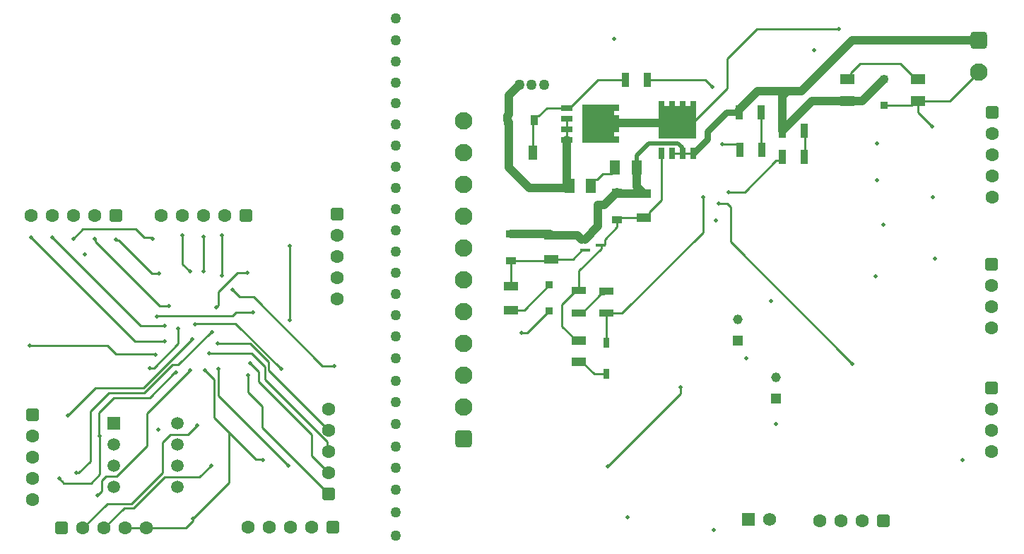
<source format=gbl>
G04*
G04 #@! TF.GenerationSoftware,Altium Limited,Altium Designer,25.2.1 (25)*
G04*
G04 Layer_Physical_Order=4*
G04 Layer_Color=16711680*
%FSLAX44Y44*%
%MOMM*%
G71*
G04*
G04 #@! TF.SameCoordinates,F4FED96F-6736-4451-9F0E-EDF3A1B2C77D*
G04*
G04*
G04 #@! TF.FilePolarity,Positive*
G04*
G01*
G75*
%ADD15C,0.2540*%
%ADD21R,1.7062X1.2034*%
%ADD27R,0.7000X1.2000*%
%ADD31R,1.7000X1.0500*%
%ADD32R,1.6582X0.9561*%
%ADD42R,0.9561X1.6582*%
%ADD66R,1.1500X1.1500*%
%ADD67C,1.1500*%
%ADD68C,1.5700*%
%ADD69R,1.5700X1.5700*%
%ADD74C,1.0160*%
%ADD76C,1.6000*%
G04:AMPARAMS|DCode=77|XSize=1.6mm|YSize=1.6mm|CornerRadius=0.4mm|HoleSize=0mm|Usage=FLASHONLY|Rotation=270.000|XOffset=0mm|YOffset=0mm|HoleType=Round|Shape=RoundedRectangle|*
%AMROUNDEDRECTD77*
21,1,1.6000,0.8000,0,0,270.0*
21,1,0.8000,1.6000,0,0,270.0*
1,1,0.8000,-0.4000,-0.4000*
1,1,0.8000,-0.4000,0.4000*
1,1,0.8000,0.4000,0.4000*
1,1,0.8000,0.4000,-0.4000*
%
%ADD77ROUNDEDRECTD77*%
%ADD78C,2.1000*%
G04:AMPARAMS|DCode=79|XSize=2.1mm|YSize=2.1mm|CornerRadius=0.525mm|HoleSize=0mm|Usage=FLASHONLY|Rotation=270.000|XOffset=0mm|YOffset=0mm|HoleType=Round|Shape=RoundedRectangle|*
%AMROUNDEDRECTD79*
21,1,2.1000,1.0500,0,0,270.0*
21,1,1.0500,2.1000,0,0,270.0*
1,1,1.0500,-0.5250,-0.5250*
1,1,1.0500,-0.5250,0.5250*
1,1,1.0500,0.5250,0.5250*
1,1,1.0500,0.5250,-0.5250*
%
%ADD79ROUNDEDRECTD79*%
G04:AMPARAMS|DCode=80|XSize=1.6mm|YSize=1.6mm|CornerRadius=0.4mm|HoleSize=0mm|Usage=FLASHONLY|Rotation=180.000|XOffset=0mm|YOffset=0mm|HoleType=Round|Shape=RoundedRectangle|*
%AMROUNDEDRECTD80*
21,1,1.6000,0.8000,0,0,180.0*
21,1,0.8000,1.6000,0,0,180.0*
1,1,0.8000,-0.4000,0.4000*
1,1,0.8000,0.4000,0.4000*
1,1,0.8000,0.4000,-0.4000*
1,1,0.8000,-0.4000,-0.4000*
%
%ADD80ROUNDEDRECTD80*%
%ADD81R,1.5000X1.5000*%
%ADD82C,1.5000*%
%ADD83C,0.5080*%
%ADD84C,1.2700*%
%ADD98R,1.2200X0.9100*%
%ADD99R,1.2000X0.4000*%
%ADD100R,1.6621X1.0581*%
%ADD101R,0.9500X0.9000*%
%ADD102R,1.0581X1.7121*%
%ADD103R,0.9100X1.2200*%
%ADD104R,1.7121X1.0581*%
%ADD105R,1.3720X0.7100*%
%ADD106C,3.4342*%
%ADD107R,1.2034X1.7062*%
%ADD108R,0.7100X1.3720*%
%ADD109C,0.5080*%
%ADD110C,0.7620*%
G36*
X1311535Y1156075D02*
X1355935D01*
Y1148975D01*
X1350035D01*
Y1143375D01*
X1355935D01*
Y1136275D01*
X1350035D01*
Y1130675D01*
X1355935D01*
Y1123575D01*
X1350035D01*
Y1117975D01*
X1355935D01*
Y1110875D01*
X1311535D01*
Y1156075D01*
D02*
G37*
G36*
X1402975Y1115955D02*
Y1160355D01*
X1410075D01*
Y1154455D01*
X1415675D01*
Y1160355D01*
X1422775D01*
Y1154455D01*
X1428375D01*
Y1160355D01*
X1435475D01*
Y1154455D01*
X1441075D01*
Y1160355D01*
X1448175D01*
Y1115955D01*
X1402975D01*
D02*
G37*
D15*
X880110Y951230D02*
Y999490D01*
X833120Y965200D02*
X842010Y956310D01*
X833120Y965200D02*
Y999490D01*
X676910Y996950D02*
X782377Y891483D01*
X811579D01*
X728196Y992445D02*
X805856Y914785D01*
X816995D01*
X796499Y953770D02*
X805180D01*
X756345Y993924D02*
X796499Y953770D01*
X1430020Y810260D02*
Y817880D01*
X1342390Y722630D02*
X1430020Y810260D01*
X1246130Y882650D02*
X1272290Y908810D01*
X1239520Y882650D02*
X1246130D01*
X775970Y872490D02*
X811530D01*
X651510Y996950D02*
X775970Y872490D01*
X790456Y747791D02*
Y786646D01*
X842010Y838200D01*
X741680Y711200D02*
X749300D01*
X749300Y711200D02*
X753865D01*
X749300Y711200D02*
X749300Y711200D01*
X736600Y706120D02*
X741680Y711200D01*
X753865Y711200D02*
X790456Y747791D01*
X731520Y688340D02*
X736600Y693420D01*
Y706120D01*
X689026Y704702D02*
Y704746D01*
X685800Y707973D02*
X689026Y704746D01*
X685800Y707973D02*
Y708660D01*
X690822Y702906D02*
X723226D01*
X689026Y704702D02*
X690822Y702906D01*
X650240Y867410D02*
X742950D01*
X798465Y840740D02*
X828040Y870315D01*
X793750Y840740D02*
X798465D01*
X892810Y934720D02*
X901700Y925830D01*
X918210D01*
X753596Y993924D02*
X756345D01*
X753110Y994410D02*
X753596Y993924D01*
X727710Y995680D02*
X728196Y995194D01*
Y992445D02*
Y995194D01*
X786130Y816610D02*
X844550Y875030D01*
X728980Y816610D02*
X786130D01*
X820733Y844792D02*
X827917D01*
X786835Y810895D02*
X820733Y844792D01*
X744855Y810895D02*
X786835D01*
X1419225Y1098095D02*
Y1101174D01*
X1421505Y1103454D01*
X1376984Y1080770D02*
X1381731Y1085517D01*
Y1088335D01*
X1353820Y1009595D02*
Y1018700D01*
X1338840Y994615D02*
X1353820Y1009595D01*
X1338840Y988790D02*
Y994615D01*
X1338110Y988060D02*
X1338840Y988790D01*
X1334110Y988060D02*
X1338110D01*
X1353820Y1018700D02*
X1355900Y1020780D01*
X1385570D01*
X1353820Y1051400D02*
X1355900Y1049320D01*
X1392650Y1024801D02*
Y1027860D01*
X1406525Y1041735D02*
Y1098095D01*
X1383038Y1018248D02*
X1386097D01*
X1392650Y1024801D01*
Y1027860D02*
X1406525Y1041735D01*
X1334552Y983761D02*
Y988060D01*
X1350976Y1078256D02*
Y1080770D01*
X1346229Y1073509D02*
X1350976Y1078256D01*
X1336703Y1073509D02*
X1346229D01*
X1329635Y1066441D02*
X1336703Y1073509D01*
X1327121Y1066441D02*
X1329635D01*
X1322374Y1061694D02*
X1327121Y1066441D01*
X1322374Y1059180D02*
Y1061694D01*
X1431925Y1098095D02*
X1444625D01*
X1419225D02*
X1431925D01*
X1427480Y1136650D02*
X1446530D01*
X1479550Y1108710D02*
X1497069D01*
X1500579Y1105200D01*
Y1102360D02*
Y1105200D01*
X1526540Y1102360D02*
Y1146662D01*
X1547869Y1131910D02*
X1551379Y1128400D01*
X1578610Y1093470D02*
Y1125220D01*
X1547869Y1089617D02*
X1551379Y1093127D01*
X1544277Y1089617D02*
X1547869D01*
X1506371Y1051711D02*
X1544277Y1089617D01*
X1487321Y1051711D02*
X1506371D01*
X1551379Y1093127D02*
Y1093470D01*
X1487170Y1051560D02*
X1487321Y1051711D01*
X1475740Y1037590D02*
X1485900D01*
X1489710Y1033780D01*
Y991870D02*
Y1033780D01*
Y991870D02*
X1635760Y845820D01*
X1485900Y1176020D02*
Y1211580D01*
X1446530Y1136650D02*
X1485900Y1176020D01*
X1389941Y1186180D02*
X1459230D01*
X1468120Y1177290D01*
X1551379Y1125220D02*
Y1128400D01*
X1432560Y1131570D02*
X1437267D01*
X1311110Y994560D02*
X1314230D01*
X1751916Y1160476D02*
X1786510Y1195070D01*
X1714500Y1160476D02*
X1751916D01*
X1629106Y1160780D02*
X1629410Y1160476D01*
X1693240Y1205230D02*
X1711986Y1186484D01*
X1634081Y1194823D02*
X1644488Y1205230D01*
X1693240D01*
X1629410Y1186484D02*
X1634081Y1191155D01*
Y1194823D01*
X1714500Y1146810D02*
X1731010Y1130300D01*
X1714500Y1146810D02*
Y1160476D01*
X1711986D02*
X1714500D01*
X1706700Y1155190D02*
X1711986Y1160476D01*
X1673860Y1155190D02*
X1706700D01*
X1711986Y1186484D02*
X1714500D01*
X1673610Y1186690D02*
X1673860D01*
X1499870Y1146810D02*
Y1150321D01*
X1526392Y1146810D02*
X1526540Y1146662D01*
X1287780Y890830D02*
Y916641D01*
X1304589Y933450D01*
X1287780Y890830D02*
X1304850Y873760D01*
X1304589Y933450D02*
X1308100D01*
X1304850Y873760D02*
X1308100D01*
X1341120Y870670D02*
Y906219D01*
X1325940Y833670D02*
X1341120D01*
X1311350Y848260D02*
X1325940Y833670D01*
X1308100Y848260D02*
X1311350D01*
X1456690Y1003266D02*
Y1045210D01*
X1359644Y906219D02*
X1456690Y1003266D01*
X1341120Y906219D02*
X1359644D01*
X1337610Y929231D02*
X1341120Y932741D01*
X1333913Y929231D02*
X1337610D01*
X1311611Y906928D02*
X1333913Y929231D01*
X1308100Y906928D02*
X1311611D01*
X1308100Y957309D02*
X1334552Y983761D01*
X1308100Y933450D02*
Y957309D01*
X1272290Y908810D02*
X1272540D01*
X1272290Y940310D02*
X1272540D01*
X1242270Y910290D02*
X1272290Y940310D01*
X1226820Y910290D02*
X1242270D01*
X1272540Y940310D02*
X1274020Y938830D01*
X1226820D02*
Y969170D01*
X1311110Y981560D02*
X1315110D01*
X1300800Y971250D02*
X1311110Y981560D01*
X1275080Y971250D02*
X1300800D01*
X1273000Y1001870D02*
X1275080Y999790D01*
X1273000Y969170D02*
X1275080Y971250D01*
X1226820Y969170D02*
X1273000D01*
X1521460Y1247140D02*
X1619250D01*
X1485900Y1211580D02*
X1521460Y1247140D01*
X1330640Y1186180D02*
X1363419D01*
X1296985Y1152525D02*
X1330640Y1186180D01*
X1293675Y1152525D02*
X1296985D01*
X1254600Y1139470D02*
X1257880Y1142750D01*
X1259430D02*
X1269205Y1152525D01*
X1254600Y1137920D02*
Y1139470D01*
X1257880Y1142750D02*
X1259430D01*
X1269205Y1152525D02*
X1293675D01*
X1252820Y1136140D02*
X1254600Y1137920D01*
X1252820Y1098550D02*
Y1136140D01*
X1293675Y1061871D02*
X1296366Y1059180D01*
X1293675Y1114425D02*
Y1127125D01*
Y1139825D01*
X1430020Y1134110D02*
X1432560Y1131570D01*
X1330960Y1136650D02*
X1333500Y1134110D01*
X802505Y903143D02*
X892696D01*
X801966Y902604D02*
X802505Y903143D01*
X875704Y915584D02*
Y931949D01*
X873760Y913640D02*
X875704Y915584D01*
X892696Y903143D02*
X897042Y907489D01*
X916379D01*
X828040Y870315D02*
Y887730D01*
X849090Y894080D02*
X896620D01*
X848360Y893350D02*
X849090Y894080D01*
X799983Y857250D02*
X800677Y856557D01*
X753110Y857250D02*
X799983D01*
X898795Y955040D02*
X910590D01*
X875704Y931949D02*
X898795Y955040D01*
X918210Y925830D02*
X1000760Y843280D01*
X1014730D01*
X858520Y956310D02*
Y998220D01*
X961390Y897869D02*
Y986790D01*
X889000Y703580D02*
Y762911D01*
X928806Y731084D02*
X929640Y730250D01*
X871220Y781304D02*
Y826770D01*
X921186Y731084D02*
X928806D01*
X871220Y781050D02*
X921186Y731084D01*
X793750Y805180D02*
X823742Y835172D01*
X750570Y805180D02*
X793750D01*
X723226Y702906D02*
X733940Y713620D01*
X722630Y728980D02*
Y788670D01*
X708660Y715010D02*
X722630Y728980D01*
X706120Y715010D02*
X708660D01*
X896620Y894080D02*
X951230Y839470D01*
X875030Y869950D02*
X914330D01*
X936064Y838126D02*
Y848216D01*
X914330Y869950D02*
X936064Y848216D01*
X928370Y769620D02*
Y795020D01*
Y769620D02*
X1008380Y689610D01*
X911860Y811530D02*
Y831850D01*
Y811530D02*
X928370Y795020D01*
X987425Y735965D02*
Y761365D01*
X924560Y824230D02*
X987425Y761365D01*
X924560Y824230D02*
Y836025D01*
X987425Y735965D02*
X1008380Y715010D01*
X1006032Y742758D02*
X1008380Y740410D01*
X1006032Y742758D02*
Y752220D01*
X931524Y826728D02*
X1006032Y752220D01*
X931524Y826728D02*
Y842666D01*
X915670Y858520D02*
X931524Y842666D01*
X936064Y838126D02*
X1008380Y765810D01*
X913948Y846638D02*
X924560Y836025D01*
X864870Y858520D02*
X915670D01*
X827917Y844792D02*
X867045Y883920D01*
X868680D01*
X876300Y807720D02*
X960120Y723900D01*
X876300Y807720D02*
Y839470D01*
X859790Y838200D02*
X871220Y826770D01*
X823742Y835172D02*
X824718D01*
X787400Y996950D02*
X796290D01*
X797560Y995680D01*
X777240Y1007110D02*
X787400Y996950D01*
X713740Y1007110D02*
X777240D01*
X702310Y995680D02*
X713740Y1007110D01*
X733365Y758885D02*
X733940Y758310D01*
X732790Y759460D02*
X733365Y758885D01*
X732790Y759460D02*
Y787400D01*
X750570Y805180D01*
X722630Y788670D02*
X744855Y810895D01*
X695960Y783590D02*
X728980Y816610D01*
X733940Y713620D02*
Y758310D01*
X789940Y648970D02*
X837139D01*
X845820Y657651D01*
Y660400D01*
X764540Y648970D02*
X789940D01*
X774700Y673100D02*
X811410Y709810D01*
X853320D01*
X763270Y673100D02*
X774700D01*
X739140Y648970D02*
X763270Y673100D01*
X742950Y678180D02*
X772160D01*
X808990Y715010D01*
X713740Y648970D02*
X742950Y678180D01*
X808990Y715010D02*
Y751404D01*
X818196Y760610D01*
X839350D01*
X850900Y772160D01*
X742950Y867410D02*
X753110Y857250D01*
X845820Y660400D02*
X889000Y703580D01*
X853320Y709810D02*
X867410Y723900D01*
D21*
X1629410Y1186484D02*
D03*
Y1160476D02*
D03*
X1714500D02*
D03*
Y1186484D02*
D03*
D27*
X1341120Y833670D02*
D03*
Y870670D02*
D03*
D31*
X1308100Y873760D02*
D03*
Y848260D02*
D03*
D32*
Y906928D02*
D03*
Y933450D02*
D03*
X1341120Y906219D02*
D03*
Y932741D02*
D03*
D42*
X1500579Y1102360D02*
D03*
X1527101D02*
D03*
X1389941Y1186180D02*
D03*
X1363419D02*
D03*
X1551379Y1093470D02*
D03*
X1577901D02*
D03*
Y1125220D02*
D03*
X1551379D02*
D03*
X1526392Y1146810D02*
D03*
X1499870D02*
D03*
D66*
X1498600Y873760D02*
D03*
X1544320Y803910D02*
D03*
D67*
X1498600Y899160D02*
D03*
X1544320Y829310D02*
D03*
D68*
X1536700Y659130D02*
D03*
D69*
X1511300D02*
D03*
D74*
X1376984Y1057906D02*
Y1080770D01*
X1353330Y1051400D02*
X1353820D01*
X1338250Y1036320D02*
X1353330Y1051400D01*
X1330960Y1036320D02*
X1338250D01*
X1330960Y1010410D02*
Y1036320D01*
X1355900Y1049320D02*
X1385570D01*
X1376984Y1057906D02*
X1385570Y1049320D01*
X1333500Y1134110D02*
X1430020D01*
X1551379Y1128400D02*
Y1166258D01*
X1586939Y1160780D02*
X1629106D01*
X1551379Y1125220D02*
X1586939Y1160780D01*
X1551379Y1166258D02*
X1557331Y1172210D01*
X1521759D02*
X1557331D01*
X1574800D01*
X1315110Y994560D02*
X1330960Y1010410D01*
X1224280Y1098550D02*
Y1135050D01*
Y1167130D02*
X1236980Y1179830D01*
X1221900Y1137920D02*
X1222430Y1138450D01*
Y1142665D02*
X1224280Y1144515D01*
Y1080770D02*
Y1098550D01*
X1222430Y1138450D02*
Y1142665D01*
X1224280Y1144515D02*
Y1167130D01*
X1221900Y1137430D02*
X1224280Y1135050D01*
Y1080770D02*
X1248410Y1056640D01*
X1295429D01*
X1296366Y1057577D02*
Y1059180D01*
X1295429Y1056640D02*
X1296366Y1057577D01*
X1293675Y1061871D02*
Y1114425D01*
X1635760Y1233170D02*
X1786510D01*
X1574800Y1172210D02*
X1635760Y1233170D01*
X1647396Y1160476D02*
X1673610Y1186690D01*
X1629410Y1160476D02*
X1647396D01*
X1499870Y1150321D02*
X1521759Y1172210D01*
X1305880Y999790D02*
X1311110Y994560D01*
X1275080Y999790D02*
X1305880D01*
X1226820Y1001870D02*
X1273000D01*
D76*
X1802130Y791210D02*
D03*
Y765810D02*
D03*
Y740410D02*
D03*
X1596390Y657860D02*
D03*
X1621790D02*
D03*
X1647190D02*
D03*
X1803400Y1096010D02*
D03*
Y1121410D02*
D03*
Y1070610D02*
D03*
Y1045210D02*
D03*
X1802130Y939800D02*
D03*
Y914400D02*
D03*
Y889000D02*
D03*
X911860Y650240D02*
D03*
X937260D02*
D03*
X988060D02*
D03*
X962660D02*
D03*
X807720Y1023620D02*
D03*
X833120D02*
D03*
X883920D02*
D03*
X858520D02*
D03*
X1008380Y791210D02*
D03*
Y765810D02*
D03*
Y715010D02*
D03*
Y740410D02*
D03*
X789940Y648970D02*
D03*
X764540D02*
D03*
X713740D02*
D03*
X739140D02*
D03*
X653430Y683260D02*
D03*
Y708660D02*
D03*
Y759460D02*
D03*
Y734060D02*
D03*
X702310Y1023620D02*
D03*
X727710D02*
D03*
X676910D02*
D03*
X651510D02*
D03*
X1018540Y974090D02*
D03*
Y999490D02*
D03*
Y948690D02*
D03*
Y923290D02*
D03*
D77*
X1802130Y816610D02*
D03*
X1803400Y1146810D02*
D03*
X1802130Y965200D02*
D03*
X1008380Y689610D02*
D03*
X653430Y784860D02*
D03*
X1018540Y1024890D02*
D03*
D78*
X1786510Y1195070D02*
D03*
X1169670Y1136650D02*
D03*
Y1098550D02*
D03*
Y1060450D02*
D03*
Y984250D02*
D03*
Y946150D02*
D03*
Y831850D02*
D03*
Y793750D02*
D03*
Y869950D02*
D03*
Y908050D02*
D03*
Y1022350D02*
D03*
D79*
X1786510Y1233170D02*
D03*
X1169670Y755650D02*
D03*
D80*
X1672590Y657860D02*
D03*
X1013460Y650240D02*
D03*
X909320Y1023620D02*
D03*
X688340Y648970D02*
D03*
X753110Y1023620D02*
D03*
D81*
X750570Y774700D02*
D03*
D82*
Y749300D02*
D03*
Y723900D02*
D03*
Y698500D02*
D03*
X826770Y774700D02*
D03*
Y749300D02*
D03*
Y723900D02*
D03*
Y698500D02*
D03*
D83*
X1767840Y730250D02*
D03*
X880110Y951230D02*
D03*
X1487170Y1051560D02*
D03*
X811530Y872490D02*
D03*
X842010Y838200D02*
D03*
X731520Y688340D02*
D03*
X685800Y708660D02*
D03*
X650240Y867410D02*
D03*
X892810Y934720D02*
D03*
X880110Y999490D02*
D03*
X844550Y875030D02*
D03*
X816995Y914785D02*
D03*
X805180Y953770D02*
D03*
X803910Y767080D02*
D03*
X716280Y976630D02*
D03*
X1479550Y1108710D02*
D03*
X1475740Y1037590D02*
D03*
X1468120Y1177290D02*
D03*
X1731010Y1130300D02*
D03*
X1456690Y1045210D02*
D03*
X1239520Y882650D02*
D03*
X1469390Y646430D02*
D03*
X1619250Y1247140D02*
D03*
X1349856Y1234740D02*
D03*
X1590040Y1221740D02*
D03*
X1635760Y845820D02*
D03*
X1664970Y1066070D02*
D03*
Y1109980D02*
D03*
X1732280Y1045210D02*
D03*
X1734820Y971550D02*
D03*
X1672590Y1012190D02*
D03*
X1663248Y950412D02*
D03*
X1537970Y920750D02*
D03*
X1544320Y773710D02*
D03*
X1508760Y852170D02*
D03*
X1471930Y1017270D02*
D03*
X1366520Y661670D02*
D03*
X1430020Y817880D02*
D03*
X1342390Y722630D02*
D03*
X811579Y891483D02*
D03*
X801966Y902604D02*
D03*
X873760Y913640D02*
D03*
X828040Y887730D02*
D03*
X848360Y893350D02*
D03*
X793750Y840740D02*
D03*
X800677Y856557D02*
D03*
X917649Y907489D02*
D03*
X858520Y956310D02*
D03*
X961390Y897869D02*
D03*
X910590Y955040D02*
D03*
X961390Y986790D02*
D03*
X951230Y839470D02*
D03*
X1014730Y843280D02*
D03*
X911860Y831850D02*
D03*
X913948Y846638D02*
D03*
X864870Y858520D02*
D03*
X875030Y869950D02*
D03*
X876300Y839470D02*
D03*
X859790Y838200D02*
D03*
X960120Y723900D02*
D03*
X868680Y883920D02*
D03*
X824718Y835172D02*
D03*
X842010Y956310D02*
D03*
X833120Y999490D02*
D03*
X858520Y998220D02*
D03*
X797560Y995680D02*
D03*
X727710D02*
D03*
X753110Y994410D02*
D03*
X702310Y995680D02*
D03*
X676910Y996950D02*
D03*
X651510D02*
D03*
X695960Y783590D02*
D03*
X733365Y758885D02*
D03*
X706120Y715010D02*
D03*
X929640Y730250D02*
D03*
X845820Y660400D02*
D03*
X850900Y772160D02*
D03*
X867410Y723900D02*
D03*
D84*
X1088390Y640080D02*
D03*
Y668020D02*
D03*
Y694690D02*
D03*
Y721360D02*
D03*
Y746760D02*
D03*
Y773430D02*
D03*
Y800100D02*
D03*
Y825500D02*
D03*
Y852170D02*
D03*
Y878840D02*
D03*
Y904240D02*
D03*
Y929640D02*
D03*
Y955040D02*
D03*
Y980440D02*
D03*
Y1005840D02*
D03*
Y1031240D02*
D03*
Y1056640D02*
D03*
Y1082040D02*
D03*
Y1107440D02*
D03*
Y1132840D02*
D03*
Y1158240D02*
D03*
Y1182370D02*
D03*
Y1207770D02*
D03*
Y1233170D02*
D03*
Y1259840D02*
D03*
X1266190Y1179830D02*
D03*
X1250950D02*
D03*
X1236980D02*
D03*
D98*
X1353820Y1051400D02*
D03*
Y1018700D02*
D03*
X1226820Y969170D02*
D03*
Y1001870D02*
D03*
D99*
X1315110Y981560D02*
D03*
Y994560D02*
D03*
X1334110Y988060D02*
D03*
D100*
X1226820Y910290D02*
D03*
Y938830D02*
D03*
D101*
X1272540Y940310D02*
D03*
X1272540Y908810D02*
D03*
X1673860Y1186690D02*
D03*
X1673860Y1155190D02*
D03*
D102*
X1252820Y1098550D02*
D03*
X1224280D02*
D03*
D103*
X1254600Y1137920D02*
D03*
X1221900D02*
D03*
D104*
X1385570Y1020780D02*
D03*
Y1049320D02*
D03*
X1275080Y971250D02*
D03*
Y999790D02*
D03*
D105*
X1293675Y1114425D02*
D03*
Y1127125D02*
D03*
Y1139825D02*
D03*
Y1152525D02*
D03*
D106*
X1330960Y1136650D02*
D03*
X1422400Y1135380D02*
D03*
D107*
X1350976Y1080770D02*
D03*
X1376984D02*
D03*
X1296366Y1059180D02*
D03*
X1322374D02*
D03*
D108*
X1444625Y1098095D02*
D03*
X1431925D02*
D03*
X1419225D02*
D03*
X1406525D02*
D03*
D109*
X1430915Y1099105D02*
Y1105275D01*
X1391920Y1109980D02*
X1426210D01*
X1430915Y1099105D02*
X1431925Y1098095D01*
X1426210Y1109980D02*
X1430915Y1105275D01*
X1376984Y1080770D02*
Y1095044D01*
X1391920Y1109980D01*
D110*
X1444625Y1098095D02*
X1461770Y1115240D01*
Y1123950D01*
X1484630Y1146810D01*
X1499870D01*
M02*

</source>
